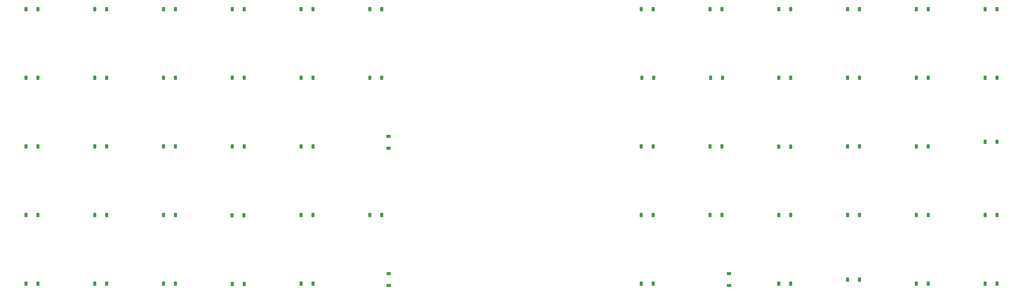
<source format=gbr>
%TF.GenerationSoftware,KiCad,Pcbnew,7.0.8-unknown-202310192121~e85eec2e6b~ubuntu22.04.1*%
%TF.CreationDate,2023-11-07T13:39:59+08:00*%
%TF.ProjectId,Cthulhu,43746875-6c68-4752-9e6b-696361645f70,rev?*%
%TF.SameCoordinates,Original*%
%TF.FileFunction,Paste,Bot*%
%TF.FilePolarity,Positive*%
%FSLAX46Y46*%
G04 Gerber Fmt 4.6, Leading zero omitted, Abs format (unit mm)*
G04 Created by KiCad (PCBNEW 7.0.8-unknown-202310192121~e85eec2e6b~ubuntu22.04.1) date 2023-11-07 13:39:59*
%MOMM*%
%LPD*%
G01*
G04 APERTURE LIST*
G04 Aperture macros list*
%AMRoundRect*
0 Rectangle with rounded corners*
0 $1 Rounding radius*
0 $2 $3 $4 $5 $6 $7 $8 $9 X,Y pos of 4 corners*
0 Add a 4 corners polygon primitive as box body*
4,1,4,$2,$3,$4,$5,$6,$7,$8,$9,$2,$3,0*
0 Add four circle primitives for the rounded corners*
1,1,$1+$1,$2,$3*
1,1,$1+$1,$4,$5*
1,1,$1+$1,$6,$7*
1,1,$1+$1,$8,$9*
0 Add four rect primitives between the rounded corners*
20,1,$1+$1,$2,$3,$4,$5,0*
20,1,$1+$1,$4,$5,$6,$7,0*
20,1,$1+$1,$6,$7,$8,$9,0*
20,1,$1+$1,$8,$9,$2,$3,0*%
G04 Aperture macros list end*
%ADD10RoundRect,0.225000X0.225000X0.375000X-0.225000X0.375000X-0.225000X-0.375000X0.225000X-0.375000X0*%
%ADD11RoundRect,0.225000X0.375000X-0.225000X0.375000X0.225000X-0.375000X0.225000X-0.375000X-0.225000X0*%
%ADD12RoundRect,0.225000X-0.375000X0.225000X-0.375000X-0.225000X0.375000X-0.225000X0.375000X0.225000X0*%
G04 APERTURE END LIST*
D10*
%TO.C,D30*%
X142016092Y-103450000D03*
X138716092Y-103450000D03*
%TD*%
%TO.C,D48*%
X312441092Y-122525000D03*
X309141092Y-122525000D03*
%TD*%
%TO.C,D18*%
X142016092Y-84400000D03*
X138716092Y-84400000D03*
%TD*%
%TO.C,D25*%
X331507184Y-84400000D03*
X328207184Y-84400000D03*
%TD*%
%TO.C,D36*%
X312466092Y-103425000D03*
X309166092Y-103425000D03*
%TD*%
D11*
%TO.C,D55*%
X163016542Y-142024308D03*
X163016542Y-138724308D03*
%TD*%
D10*
%TO.C,D49*%
X331491092Y-122525000D03*
X328191092Y-122525000D03*
%TD*%
%TO.C,D28*%
X103941092Y-103475000D03*
X100641092Y-103475000D03*
%TD*%
%TO.C,D34*%
X274341092Y-103500000D03*
X271041092Y-103500000D03*
%TD*%
%TO.C,D20*%
X236384184Y-84425000D03*
X233084184Y-84425000D03*
%TD*%
%TO.C,D44*%
X236266092Y-122525000D03*
X232966092Y-122525000D03*
%TD*%
%TO.C,D2*%
X65816092Y-65350000D03*
X62516092Y-65350000D03*
%TD*%
%TO.C,D40*%
X103925000Y-122525000D03*
X100625000Y-122525000D03*
%TD*%
%TO.C,D6*%
X142016092Y-65350000D03*
X138716092Y-65350000D03*
%TD*%
%TO.C,D29*%
X122966092Y-103475000D03*
X119666092Y-103475000D03*
%TD*%
%TO.C,D46*%
X274341092Y-122525000D03*
X271041092Y-122525000D03*
%TD*%
%TO.C,D12*%
X312457184Y-65350000D03*
X309157184Y-65350000D03*
%TD*%
%TO.C,D56*%
X236241092Y-141575000D03*
X232941092Y-141575000D03*
%TD*%
%TO.C,D17*%
X122966092Y-84425000D03*
X119666092Y-84425000D03*
%TD*%
%TO.C,D26*%
X65816908Y-103472032D03*
X62516908Y-103472032D03*
%TD*%
%TO.C,D60*%
X312441092Y-141575000D03*
X309141092Y-141575000D03*
%TD*%
%TO.C,D27*%
X84866092Y-103475000D03*
X81566092Y-103475000D03*
%TD*%
%TO.C,D38*%
X65850000Y-122500000D03*
X62550000Y-122500000D03*
%TD*%
%TO.C,D23*%
X293382184Y-84400000D03*
X290082184Y-84400000D03*
%TD*%
%TO.C,D16*%
X103916092Y-84425000D03*
X100616092Y-84425000D03*
%TD*%
%TO.C,D7*%
X161066092Y-65375000D03*
X157766092Y-65375000D03*
%TD*%
%TO.C,D3*%
X84866092Y-65350000D03*
X81566092Y-65350000D03*
%TD*%
%TO.C,D61*%
X331491092Y-141575000D03*
X328191092Y-141575000D03*
%TD*%
%TO.C,D58*%
X274341092Y-141575000D03*
X271041092Y-141575000D03*
%TD*%
%TO.C,D42*%
X142025000Y-122500000D03*
X138725000Y-122500000D03*
%TD*%
%TO.C,D51*%
X84875000Y-141575000D03*
X81575000Y-141575000D03*
%TD*%
%TO.C,D39*%
X84875000Y-122500000D03*
X81575000Y-122500000D03*
%TD*%
%TO.C,D53*%
X122975000Y-141600000D03*
X119675000Y-141600000D03*
%TD*%
%TO.C,D13*%
X331482184Y-65350000D03*
X328182184Y-65350000D03*
%TD*%
%TO.C,D15*%
X84866092Y-84425000D03*
X81566092Y-84425000D03*
%TD*%
%TO.C,D35*%
X293391092Y-103475000D03*
X290091092Y-103475000D03*
%TD*%
%TO.C,D11*%
X293382184Y-65350000D03*
X290082184Y-65350000D03*
%TD*%
%TO.C,D47*%
X293391092Y-122525000D03*
X290091092Y-122525000D03*
%TD*%
%TO.C,D45*%
X255291092Y-122525000D03*
X251991092Y-122525000D03*
%TD*%
%TO.C,D41*%
X122841092Y-122550000D03*
X119541092Y-122550000D03*
%TD*%
%TO.C,D10*%
X274332184Y-65375000D03*
X271032184Y-65375000D03*
%TD*%
%TO.C,D59*%
X293416092Y-140425000D03*
X290116092Y-140425000D03*
%TD*%
%TO.C,D14*%
X65816092Y-84425000D03*
X62516092Y-84425000D03*
%TD*%
%TO.C,D5*%
X122966092Y-65375000D03*
X119666092Y-65375000D03*
%TD*%
%TO.C,D50*%
X65825000Y-141575000D03*
X62525000Y-141575000D03*
%TD*%
%TO.C,D4*%
X103916092Y-65350000D03*
X100616092Y-65350000D03*
%TD*%
%TO.C,D54*%
X142025000Y-141550000D03*
X138725000Y-141550000D03*
%TD*%
D12*
%TO.C,D31*%
X162966092Y-100650000D03*
X162966092Y-103950000D03*
%TD*%
D10*
%TO.C,D21*%
X255434184Y-84425000D03*
X252134184Y-84425000D03*
%TD*%
D12*
%TO.C,D57*%
X257216092Y-138725000D03*
X257216092Y-142025000D03*
%TD*%
D10*
%TO.C,D22*%
X274332184Y-84425000D03*
X271032184Y-84425000D03*
%TD*%
%TO.C,D32*%
X236241092Y-103475000D03*
X232941092Y-103475000D03*
%TD*%
%TO.C,D8*%
X236232184Y-65375000D03*
X232932184Y-65375000D03*
%TD*%
%TO.C,D37*%
X331466092Y-102150000D03*
X328166092Y-102150000D03*
%TD*%
%TO.C,D9*%
X255282184Y-65375000D03*
X251982184Y-65375000D03*
%TD*%
%TO.C,D24*%
X312432184Y-84425000D03*
X309132184Y-84425000D03*
%TD*%
%TO.C,D19*%
X161066092Y-84425000D03*
X157766092Y-84425000D03*
%TD*%
%TO.C,D33*%
X255291092Y-103450000D03*
X251991092Y-103450000D03*
%TD*%
%TO.C,D52*%
X103925000Y-141575000D03*
X100625000Y-141575000D03*
%TD*%
%TO.C,D43*%
X161075000Y-122525000D03*
X157775000Y-122525000D03*
%TD*%
M02*

</source>
